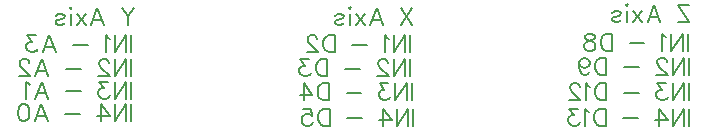
<source format=gbo>
G04 Layer: BottomSilkscreenLayer*
G04 EasyEDA v6.5.44, 2024-07-11 22:25:44*
G04 45d6b8aa582043f790635ab3bd24865d,c9b9c57424e64463a8e00cf53a76285a,10*
G04 Gerber Generator version 0.2*
G04 Scale: 100 percent, Rotated: No, Reflected: No *
G04 Dimensions in millimeters *
G04 leading zeros omitted , absolute positions ,4 integer and 5 decimal *
%FSLAX45Y45*%
%MOMM*%

%ADD10C,0.2032*%

%LPD*%
D10*
X7168946Y5548863D02*
G01*
X7264400Y5405681D01*
X7264400Y5548863D02*
G01*
X7168946Y5548863D01*
X7264400Y5405681D02*
G01*
X7168946Y5405681D01*
X6964400Y5548863D02*
G01*
X7018947Y5405681D01*
X6964400Y5548863D02*
G01*
X6909854Y5405681D01*
X6998492Y5453407D02*
G01*
X6930308Y5453407D01*
X6864855Y5501137D02*
G01*
X6789854Y5405681D01*
X6789854Y5501137D02*
G01*
X6864855Y5405681D01*
X6744855Y5548863D02*
G01*
X6738038Y5542046D01*
X6731218Y5548863D01*
X6738038Y5555681D01*
X6744855Y5548863D01*
X6738038Y5501137D02*
G01*
X6738038Y5405681D01*
X6611218Y5480682D02*
G01*
X6618038Y5494317D01*
X6638493Y5501137D01*
X6658947Y5501137D01*
X6679399Y5494317D01*
X6686219Y5480682D01*
X6679399Y5467045D01*
X6665765Y5460227D01*
X6631673Y5453407D01*
X6618038Y5446590D01*
X6611218Y5432953D01*
X6611218Y5426135D01*
X6618038Y5412498D01*
X6638493Y5405681D01*
X6658947Y5405681D01*
X6679399Y5412498D01*
X6686219Y5426135D01*
X7251700Y5307563D02*
G01*
X7251700Y5164381D01*
X7206700Y5307563D02*
G01*
X7206700Y5164381D01*
X7206700Y5307563D02*
G01*
X7111245Y5164381D01*
X7111245Y5307563D02*
G01*
X7111245Y5164381D01*
X7066246Y5280291D02*
G01*
X7052609Y5287109D01*
X7032155Y5307563D01*
X7032155Y5164381D01*
X6882155Y5225745D02*
G01*
X6759427Y5225745D01*
X6609427Y5307563D02*
G01*
X6609427Y5164381D01*
X6609427Y5307563D02*
G01*
X6561701Y5307563D01*
X6541246Y5300746D01*
X6527609Y5287109D01*
X6520792Y5273471D01*
X6513974Y5253017D01*
X6513974Y5218927D01*
X6520792Y5198473D01*
X6527609Y5184835D01*
X6541246Y5171199D01*
X6561701Y5164381D01*
X6609427Y5164381D01*
X6434884Y5307563D02*
G01*
X6455338Y5300746D01*
X6462156Y5287109D01*
X6462156Y5273471D01*
X6455338Y5259837D01*
X6441701Y5253017D01*
X6414429Y5246199D01*
X6393975Y5239382D01*
X6380337Y5225745D01*
X6373520Y5212107D01*
X6373520Y5191653D01*
X6380337Y5178018D01*
X6387155Y5171199D01*
X6407609Y5164381D01*
X6434884Y5164381D01*
X6455338Y5171199D01*
X6462156Y5178018D01*
X6468973Y5191653D01*
X6468973Y5212107D01*
X6462156Y5225745D01*
X6448518Y5239382D01*
X6428064Y5246199D01*
X6400792Y5253017D01*
X6387155Y5259837D01*
X6380337Y5273471D01*
X6380337Y5287109D01*
X6387155Y5300746D01*
X6407609Y5307563D01*
X6434884Y5307563D01*
X7264400Y5104363D02*
G01*
X7264400Y4961181D01*
X7219400Y5104363D02*
G01*
X7219400Y4961181D01*
X7219400Y5104363D02*
G01*
X7123945Y4961181D01*
X7123945Y5104363D02*
G01*
X7123945Y4961181D01*
X7072127Y5070271D02*
G01*
X7072127Y5077091D01*
X7065309Y5090726D01*
X7058492Y5097546D01*
X7044855Y5104363D01*
X7017583Y5104363D01*
X7003945Y5097546D01*
X6997128Y5090726D01*
X6990308Y5077091D01*
X6990308Y5063454D01*
X6997128Y5049817D01*
X7010763Y5029362D01*
X7078946Y4961181D01*
X6983491Y4961181D01*
X6833491Y5022545D02*
G01*
X6710763Y5022545D01*
X6560764Y5104363D02*
G01*
X6560764Y4961181D01*
X6560764Y5104363D02*
G01*
X6513037Y5104363D01*
X6492582Y5097546D01*
X6478948Y5083909D01*
X6472128Y5070271D01*
X6465310Y5049817D01*
X6465310Y5015727D01*
X6472128Y4995273D01*
X6478948Y4981635D01*
X6492582Y4967999D01*
X6513037Y4961181D01*
X6560764Y4961181D01*
X6331673Y5056637D02*
G01*
X6338493Y5036182D01*
X6352128Y5022545D01*
X6372583Y5015727D01*
X6379400Y5015727D01*
X6399855Y5022545D01*
X6413492Y5036182D01*
X6420309Y5056637D01*
X6420309Y5063454D01*
X6413492Y5083909D01*
X6399855Y5097546D01*
X6379400Y5104363D01*
X6372583Y5104363D01*
X6352128Y5097546D01*
X6338493Y5083909D01*
X6331673Y5056637D01*
X6331673Y5022545D01*
X6338493Y4988453D01*
X6352128Y4967999D01*
X6372583Y4961181D01*
X6386220Y4961181D01*
X6406675Y4967999D01*
X6413492Y4981635D01*
X7264400Y4888463D02*
G01*
X7264400Y4745281D01*
X7219401Y4888463D02*
G01*
X7219401Y4745281D01*
X7219401Y4888463D02*
G01*
X7123945Y4745281D01*
X7123945Y4888463D02*
G01*
X7123945Y4745281D01*
X7065309Y4888463D02*
G01*
X6990308Y4888463D01*
X7031217Y4833917D01*
X7010763Y4833917D01*
X6997128Y4827099D01*
X6990308Y4820282D01*
X6983491Y4799827D01*
X6983491Y4786190D01*
X6990308Y4765735D01*
X7003945Y4752098D01*
X7024400Y4745281D01*
X7044855Y4745281D01*
X7065309Y4752098D01*
X7072127Y4758918D01*
X7078946Y4772553D01*
X6833491Y4806645D02*
G01*
X6710763Y4806645D01*
X6560764Y4888463D02*
G01*
X6560764Y4745281D01*
X6560764Y4888463D02*
G01*
X6513037Y4888463D01*
X6492582Y4881646D01*
X6478948Y4868009D01*
X6472128Y4854371D01*
X6465310Y4833917D01*
X6465310Y4799827D01*
X6472128Y4779373D01*
X6478948Y4765735D01*
X6492582Y4752098D01*
X6513037Y4745281D01*
X6560764Y4745281D01*
X6420309Y4861191D02*
G01*
X6406675Y4868009D01*
X6386220Y4888463D01*
X6386220Y4745281D01*
X6334401Y4854371D02*
G01*
X6334401Y4861191D01*
X6327584Y4874826D01*
X6320764Y4881646D01*
X6307129Y4888463D01*
X6279855Y4888463D01*
X6266220Y4881646D01*
X6259400Y4874826D01*
X6252583Y4861191D01*
X6252583Y4847554D01*
X6259400Y4833917D01*
X6273038Y4813462D01*
X6341219Y4745281D01*
X6245766Y4745281D01*
X7264400Y4672563D02*
G01*
X7264400Y4529381D01*
X7219401Y4672563D02*
G01*
X7219401Y4529381D01*
X7219401Y4672563D02*
G01*
X7123945Y4529381D01*
X7123945Y4672563D02*
G01*
X7123945Y4529381D01*
X7010763Y4672563D02*
G01*
X7078946Y4577107D01*
X6976673Y4577107D01*
X7010763Y4672563D02*
G01*
X7010763Y4529381D01*
X6826674Y4590745D02*
G01*
X6703946Y4590745D01*
X6553946Y4672563D02*
G01*
X6553946Y4529381D01*
X6553946Y4672563D02*
G01*
X6506220Y4672563D01*
X6485765Y4665746D01*
X6472128Y4652109D01*
X6465310Y4638471D01*
X6458493Y4618017D01*
X6458493Y4583927D01*
X6465310Y4563473D01*
X6472128Y4549835D01*
X6485765Y4536198D01*
X6506220Y4529381D01*
X6553946Y4529381D01*
X6413492Y4645291D02*
G01*
X6399855Y4652109D01*
X6379400Y4672563D01*
X6379400Y4529381D01*
X6320764Y4672563D02*
G01*
X6245766Y4672563D01*
X6286675Y4618017D01*
X6266220Y4618017D01*
X6252583Y4611199D01*
X6245766Y4604382D01*
X6238948Y4583927D01*
X6238948Y4570290D01*
X6245766Y4549835D01*
X6259400Y4536198D01*
X6279855Y4529381D01*
X6300309Y4529381D01*
X6320764Y4536198D01*
X6327584Y4543018D01*
X6334401Y4556653D01*
X4914900Y5523463D02*
G01*
X4819446Y5380281D01*
X4819446Y5523463D02*
G01*
X4914900Y5380281D01*
X4614900Y5523463D02*
G01*
X4669447Y5380281D01*
X4614900Y5523463D02*
G01*
X4560354Y5380281D01*
X4648992Y5428007D02*
G01*
X4580808Y5428007D01*
X4515355Y5475737D02*
G01*
X4440354Y5380281D01*
X4440354Y5475737D02*
G01*
X4515355Y5380281D01*
X4395355Y5523463D02*
G01*
X4388538Y5516646D01*
X4381718Y5523463D01*
X4388538Y5530281D01*
X4395355Y5523463D01*
X4388538Y5475737D02*
G01*
X4388538Y5380281D01*
X4261718Y5455282D02*
G01*
X4268538Y5468917D01*
X4288993Y5475737D01*
X4309447Y5475737D01*
X4329899Y5468917D01*
X4336719Y5455282D01*
X4329899Y5441645D01*
X4316265Y5434827D01*
X4282173Y5428007D01*
X4268538Y5421190D01*
X4261718Y5407553D01*
X4261718Y5400735D01*
X4268538Y5387098D01*
X4288993Y5380281D01*
X4309447Y5380281D01*
X4329899Y5387098D01*
X4336719Y5400735D01*
X4902200Y5294863D02*
G01*
X4902200Y5151681D01*
X4857201Y5294863D02*
G01*
X4857201Y5151681D01*
X4857201Y5294863D02*
G01*
X4761745Y5151681D01*
X4761745Y5294863D02*
G01*
X4761745Y5151681D01*
X4716746Y5267591D02*
G01*
X4703109Y5274409D01*
X4682655Y5294863D01*
X4682655Y5151681D01*
X4532655Y5213045D02*
G01*
X4409927Y5213045D01*
X4259927Y5294863D02*
G01*
X4259927Y5151681D01*
X4259927Y5294863D02*
G01*
X4212201Y5294863D01*
X4191746Y5288046D01*
X4178109Y5274409D01*
X4171292Y5260771D01*
X4164474Y5240317D01*
X4164474Y5206227D01*
X4171292Y5185773D01*
X4178109Y5172135D01*
X4191746Y5158498D01*
X4212201Y5151681D01*
X4259927Y5151681D01*
X4112656Y5260771D02*
G01*
X4112656Y5267591D01*
X4105838Y5281226D01*
X4099018Y5288046D01*
X4085384Y5294863D01*
X4058109Y5294863D01*
X4044475Y5288046D01*
X4037655Y5281226D01*
X4030837Y5267591D01*
X4030837Y5253954D01*
X4037655Y5240317D01*
X4051292Y5219862D01*
X4119473Y5151681D01*
X4024020Y5151681D01*
X4902200Y5091663D02*
G01*
X4902200Y4948481D01*
X4857200Y5091663D02*
G01*
X4857200Y4948481D01*
X4857200Y5091663D02*
G01*
X4761745Y4948481D01*
X4761745Y5091663D02*
G01*
X4761745Y4948481D01*
X4709927Y5057571D02*
G01*
X4709927Y5064391D01*
X4703109Y5078026D01*
X4696292Y5084846D01*
X4682655Y5091663D01*
X4655383Y5091663D01*
X4641745Y5084846D01*
X4634928Y5078026D01*
X4628108Y5064391D01*
X4628108Y5050754D01*
X4634928Y5037117D01*
X4648563Y5016662D01*
X4716746Y4948481D01*
X4621291Y4948481D01*
X4471291Y5009845D02*
G01*
X4348563Y5009845D01*
X4198564Y5091663D02*
G01*
X4198564Y4948481D01*
X4198564Y5091663D02*
G01*
X4150837Y5091663D01*
X4130382Y5084846D01*
X4116748Y5071209D01*
X4109928Y5057571D01*
X4103110Y5037117D01*
X4103110Y5003027D01*
X4109928Y4982573D01*
X4116748Y4968935D01*
X4130382Y4955299D01*
X4150837Y4948481D01*
X4198564Y4948481D01*
X4044475Y5091663D02*
G01*
X3969473Y5091663D01*
X4010383Y5037117D01*
X3989928Y5037117D01*
X3976293Y5030299D01*
X3969473Y5023482D01*
X3962656Y5003027D01*
X3962656Y4989390D01*
X3969473Y4968935D01*
X3983111Y4955299D01*
X4003565Y4948481D01*
X4024020Y4948481D01*
X4044475Y4955299D01*
X4051292Y4962118D01*
X4058109Y4975753D01*
X4914900Y4888463D02*
G01*
X4914900Y4745281D01*
X4869900Y4888463D02*
G01*
X4869900Y4745281D01*
X4869900Y4888463D02*
G01*
X4774445Y4745281D01*
X4774445Y4888463D02*
G01*
X4774445Y4745281D01*
X4715809Y4888463D02*
G01*
X4640808Y4888463D01*
X4681717Y4833917D01*
X4661263Y4833917D01*
X4647628Y4827099D01*
X4640808Y4820282D01*
X4633991Y4799827D01*
X4633991Y4786190D01*
X4640808Y4765735D01*
X4654445Y4752099D01*
X4674900Y4745281D01*
X4695355Y4745281D01*
X4715809Y4752099D01*
X4722627Y4758918D01*
X4729446Y4772553D01*
X4483991Y4806645D02*
G01*
X4361263Y4806645D01*
X4211264Y4888463D02*
G01*
X4211264Y4745281D01*
X4211264Y4888463D02*
G01*
X4163537Y4888463D01*
X4143082Y4881646D01*
X4129448Y4868009D01*
X4122628Y4854371D01*
X4115810Y4833917D01*
X4115810Y4799827D01*
X4122628Y4779373D01*
X4129448Y4765735D01*
X4143082Y4752099D01*
X4163537Y4745281D01*
X4211264Y4745281D01*
X4002628Y4888463D02*
G01*
X4070809Y4793007D01*
X3968539Y4793007D01*
X4002628Y4888463D02*
G01*
X4002628Y4745281D01*
X4927600Y4672563D02*
G01*
X4927600Y4529381D01*
X4882600Y4672563D02*
G01*
X4882600Y4529381D01*
X4882600Y4672563D02*
G01*
X4787145Y4529381D01*
X4787145Y4672563D02*
G01*
X4787145Y4529381D01*
X4673963Y4672563D02*
G01*
X4742146Y4577107D01*
X4639873Y4577107D01*
X4673963Y4672563D02*
G01*
X4673963Y4529381D01*
X4489874Y4590745D02*
G01*
X4367146Y4590745D01*
X4217146Y4672563D02*
G01*
X4217146Y4529381D01*
X4217146Y4672563D02*
G01*
X4169420Y4672563D01*
X4148965Y4665746D01*
X4135328Y4652109D01*
X4128510Y4638471D01*
X4121693Y4618017D01*
X4121693Y4583927D01*
X4128510Y4563473D01*
X4135328Y4549835D01*
X4148965Y4536199D01*
X4169420Y4529381D01*
X4217146Y4529381D01*
X3994873Y4672563D02*
G01*
X4063055Y4672563D01*
X4069875Y4611199D01*
X4063055Y4618017D01*
X4042600Y4624837D01*
X4022148Y4624837D01*
X4001693Y4618017D01*
X3988056Y4604382D01*
X3981239Y4583927D01*
X3981239Y4570290D01*
X3988056Y4549835D01*
X4001693Y4536199D01*
X4022148Y4529381D01*
X4042600Y4529381D01*
X4063055Y4536199D01*
X4069875Y4543018D01*
X4076692Y4556653D01*
X2565400Y5523463D02*
G01*
X2510853Y5455282D01*
X2510853Y5380281D01*
X2456309Y5523463D02*
G01*
X2510853Y5455282D01*
X2251763Y5523463D02*
G01*
X2306309Y5380281D01*
X2251763Y5523463D02*
G01*
X2197219Y5380281D01*
X2285855Y5428007D02*
G01*
X2217674Y5428007D01*
X2152218Y5475737D02*
G01*
X2077219Y5380281D01*
X2077219Y5475737D02*
G01*
X2152218Y5380281D01*
X2032218Y5523463D02*
G01*
X2025401Y5516646D01*
X2018583Y5523463D01*
X2025401Y5530281D01*
X2032218Y5523463D01*
X2025401Y5475737D02*
G01*
X2025401Y5380281D01*
X1898583Y5455282D02*
G01*
X1905401Y5468917D01*
X1925855Y5475737D01*
X1946310Y5475737D01*
X1966765Y5468917D01*
X1973582Y5455282D01*
X1966765Y5441645D01*
X1953127Y5434827D01*
X1919038Y5428007D01*
X1905401Y5421190D01*
X1898583Y5407553D01*
X1898583Y5400735D01*
X1905401Y5387099D01*
X1925855Y5380281D01*
X1946310Y5380281D01*
X1966765Y5387099D01*
X1973582Y5400735D01*
X2540000Y5294863D02*
G01*
X2540000Y5151681D01*
X2495000Y5294863D02*
G01*
X2495000Y5151681D01*
X2495000Y5294863D02*
G01*
X2399545Y5151681D01*
X2399545Y5294863D02*
G01*
X2399545Y5151681D01*
X2354546Y5267591D02*
G01*
X2340909Y5274409D01*
X2320455Y5294863D01*
X2320455Y5151681D01*
X2170455Y5213045D02*
G01*
X2047727Y5213045D01*
X1843184Y5294863D02*
G01*
X1897727Y5151681D01*
X1843184Y5294863D02*
G01*
X1788637Y5151681D01*
X1877273Y5199407D02*
G01*
X1809092Y5199407D01*
X1730001Y5294863D02*
G01*
X1655000Y5294863D01*
X1695909Y5240317D01*
X1675455Y5240317D01*
X1661820Y5233499D01*
X1655000Y5226682D01*
X1648183Y5206227D01*
X1648183Y5192590D01*
X1655000Y5172135D01*
X1668637Y5158499D01*
X1689092Y5151681D01*
X1709546Y5151681D01*
X1730001Y5158499D01*
X1736818Y5165318D01*
X1743638Y5178953D01*
X2540000Y5091663D02*
G01*
X2540000Y4948481D01*
X2495001Y5091663D02*
G01*
X2495001Y4948481D01*
X2495001Y5091663D02*
G01*
X2399545Y4948481D01*
X2399545Y5091663D02*
G01*
X2399545Y4948481D01*
X2347727Y5057571D02*
G01*
X2347727Y5064391D01*
X2340909Y5078026D01*
X2334092Y5084846D01*
X2320455Y5091663D01*
X2293183Y5091663D01*
X2279545Y5084846D01*
X2272728Y5078026D01*
X2265908Y5064391D01*
X2265908Y5050754D01*
X2272728Y5037117D01*
X2286363Y5016662D01*
X2354546Y4948481D01*
X2259091Y4948481D01*
X2109091Y5009845D02*
G01*
X1986363Y5009845D01*
X1781820Y5091663D02*
G01*
X1836364Y4948481D01*
X1781820Y5091663D02*
G01*
X1727273Y4948481D01*
X1815909Y4996207D02*
G01*
X1747728Y4996207D01*
X1675455Y5057571D02*
G01*
X1675455Y5064391D01*
X1668637Y5078026D01*
X1661820Y5084846D01*
X1648183Y5091663D01*
X1620911Y5091663D01*
X1607273Y5084846D01*
X1600456Y5078026D01*
X1593639Y5064391D01*
X1593639Y5050754D01*
X1600456Y5037117D01*
X1614093Y5016662D01*
X1682275Y4948481D01*
X1586819Y4948481D01*
X2540000Y4901163D02*
G01*
X2540000Y4757981D01*
X2495001Y4901163D02*
G01*
X2495001Y4757981D01*
X2495001Y4901163D02*
G01*
X2399545Y4757981D01*
X2399545Y4901163D02*
G01*
X2399545Y4757981D01*
X2340909Y4901163D02*
G01*
X2265908Y4901163D01*
X2306817Y4846617D01*
X2286363Y4846617D01*
X2272728Y4839799D01*
X2265908Y4832982D01*
X2259091Y4812527D01*
X2259091Y4798890D01*
X2265908Y4778435D01*
X2279545Y4764798D01*
X2300000Y4757981D01*
X2320455Y4757981D01*
X2340909Y4764798D01*
X2347727Y4771618D01*
X2354546Y4785253D01*
X2109091Y4819345D02*
G01*
X1986363Y4819345D01*
X1781820Y4901163D02*
G01*
X1836364Y4757981D01*
X1781820Y4901163D02*
G01*
X1727273Y4757981D01*
X1815909Y4805707D02*
G01*
X1747728Y4805707D01*
X1682275Y4873891D02*
G01*
X1668637Y4880709D01*
X1648183Y4901163D01*
X1648183Y4757981D01*
X2540000Y4710663D02*
G01*
X2540000Y4567481D01*
X2495000Y4710663D02*
G01*
X2495000Y4567481D01*
X2495000Y4710663D02*
G01*
X2399545Y4567481D01*
X2399545Y4710663D02*
G01*
X2399545Y4567481D01*
X2286363Y4710663D02*
G01*
X2354546Y4615207D01*
X2252273Y4615207D01*
X2286363Y4710663D02*
G01*
X2286363Y4567481D01*
X2102274Y4628845D02*
G01*
X1979546Y4628845D01*
X1775000Y4710663D02*
G01*
X1829546Y4567481D01*
X1775000Y4710663D02*
G01*
X1720456Y4567481D01*
X1809092Y4615207D02*
G01*
X1740910Y4615207D01*
X1634548Y4710663D02*
G01*
X1655000Y4703846D01*
X1668637Y4683391D01*
X1675455Y4649299D01*
X1675455Y4628845D01*
X1668637Y4594753D01*
X1655000Y4574299D01*
X1634548Y4567481D01*
X1620911Y4567481D01*
X1600456Y4574299D01*
X1586819Y4594753D01*
X1580001Y4628845D01*
X1580001Y4649299D01*
X1586819Y4683391D01*
X1600456Y4703846D01*
X1620911Y4710663D01*
X1634548Y4710663D01*
M02*

</source>
